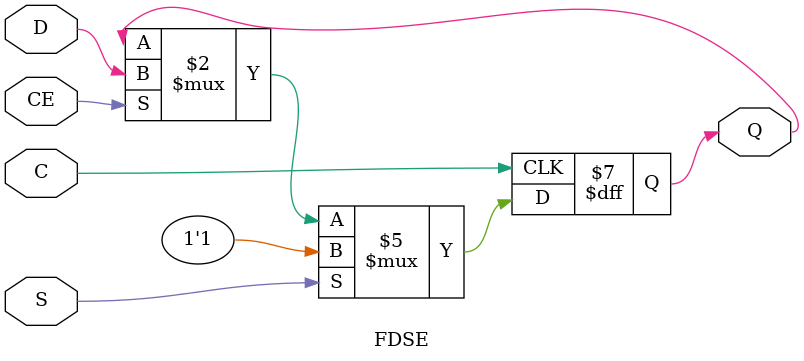
<source format=v>
`timescale 1ns / 1ps


module FDSE(
    input D,
    input CE,
    input C,
    input S,
    output reg Q
    );
    
    always @ ( posedge C  )
	if (S)
		Q <= 1;
	else if (CE)
		Q <= D;
endmodule

</source>
